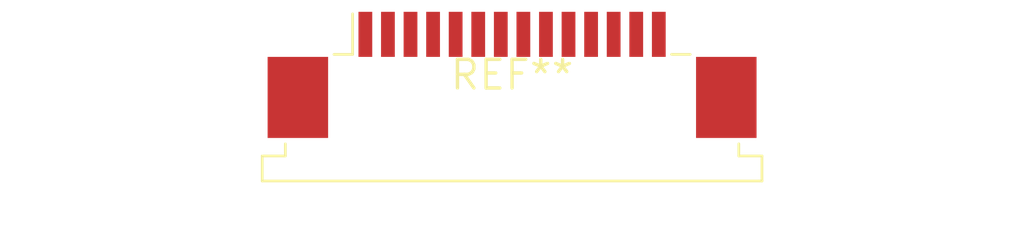
<source format=kicad_pcb>
(kicad_pcb (version 20240108) (generator pcbnew)
  (layers (0 "F.Cu" signal) (31 "B.Cu" signal) (34 "B.Paste" user) (35 "F.Paste" user) (36 "B.SilkS" user "B.Silkscreen") (37 "F.SilkS" user "F.Silkscreen") (38 "B.Mask" user) (39 "F.Mask" user) (44 "Edge.Cuts" user))
  (net 0 "")
  (footprint "TE_1-84953-4_1x14-1MP_P1.0mm_Horizontal" (layer "F.Cu") (at 0 0)
    (property "Reference" "REF**")
    (property "Value" "TE_1-84953-4_1x14-1MP_P1.0mm_Horizontal")
    (fp_line (start -11.07 3.6) (end -10.045 3.6) (layer "F.SilkS") (stroke (width 0.12)))
    (fp_line (start -11.07 4.71) (end -11.07 3.6) (layer "F.SilkS") (stroke (width 0.12)))
    (fp_line (start -10.045 3.6) (end -10.045 3.06) (layer "F.SilkS") (stroke (width 0.12)))
    (fp_line (start -7.89 -0.91) (end -7.065 -0.91) (layer "F.SilkS") (stroke (width 0.12)))
    (fp_line (start -7.065 -0.91) (end -7.065 -2.71) (layer "F.SilkS") (stroke (width 0.12)))
    (fp_line (start 7.065 -0.91) (end 7.89 -0.91) (layer "F.SilkS") (stroke (width 0.12)))
    (fp_line (start 10.045 3.06) (end 10.045 3.6) (layer "F.SilkS") (stroke (width 0.12)))
    (fp_line (start 10.045 3.6) (end 11.07 3.6) (layer "F.SilkS") (stroke (width 0.12)))
    (fp_line (start 11.07 3.6) (end 11.07 4.71) (layer "F.SilkS") (stroke (width 0.12)))
    (fp_line (start 11.07 4.71) (end -11.07 4.71) (layer "F.SilkS") (stroke (width 0.12)))
    (pad "1" smd rect (at -6.5 -1.8) (size 0.61 2) (layers "F.Cu" "F.Paste" "F.Mask"))
    (pad "2" smd rect (at -5.5 -1.8) (size 0.61 2) (layers "F.Cu" "F.Paste" "F.Mask"))
    (pad "3" smd rect (at -4.5 -1.8) (size 0.61 2) (layers "F.Cu" "F.Paste" "F.Mask"))
    (pad "4" smd rect (at -3.5 -1.8) (size 0.61 2) (layers "F.Cu" "F.Paste" "F.Mask"))
    (pad "5" smd rect (at -2.5 -1.8) (size 0.61 2) (layers "F.Cu" "F.Paste" "F.Mask"))
    (pad "6" smd rect (at -1.5 -1.8) (size 0.61 2) (layers "F.Cu" "F.Paste" "F.Mask"))
    (pad "7" smd rect (at -0.5 -1.8) (size 0.61 2) (layers "F.Cu" "F.Paste" "F.Mask"))
    (pad "8" smd rect (at 0.5 -1.8) (size 0.61 2) (layers "F.Cu" "F.Paste" "F.Mask"))
    (pad "9" smd rect (at 1.5 -1.8) (size 0.61 2) (layers "F.Cu" "F.Paste" "F.Mask"))
    (pad "10" smd rect (at 2.5 -1.8) (size 0.61 2) (layers "F.Cu" "F.Paste" "F.Mask"))
    (pad "11" smd rect (at 3.5 -1.8) (size 0.61 2) (layers "F.Cu" "F.Paste" "F.Mask"))
    (pad "12" smd rect (at 4.5 -1.8) (size 0.61 2) (layers "F.Cu" "F.Paste" "F.Mask"))
    (pad "13" smd rect (at 5.5 -1.8) (size 0.61 2) (layers "F.Cu" "F.Paste" "F.Mask"))
    (pad "14" smd rect (at 6.5 -1.8) (size 0.61 2) (layers "F.Cu" "F.Paste" "F.Mask"))
    (pad "MP" smd rect (at -9.49 1) (size 2.68 3.6) (layers "F.Cu" "F.Paste" "F.Mask"))
    (pad "MP" smd rect (at 9.49 1) (size 2.68 3.6) (layers "F.Cu" "F.Paste" "F.Mask"))
  )
)
</source>
